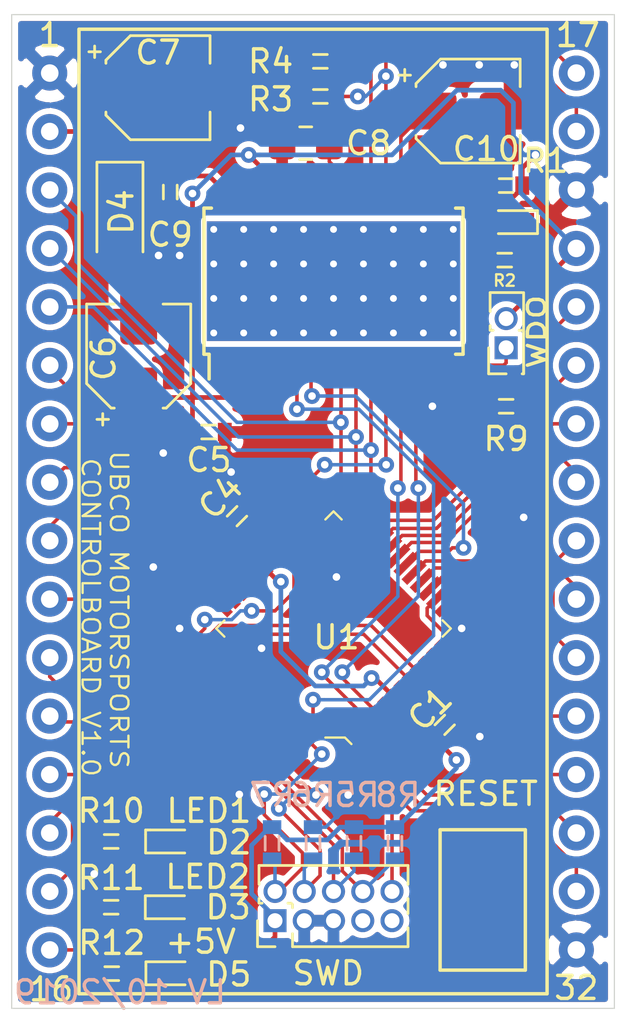
<source format=kicad_pcb>
(kicad_pcb (version 20171130) (host pcbnew "(5.1.4-0-10_14)")
  (layers (0 F.Cu signal) (31 B.Cu signal) (36 B.SilkS user) (37 F.SilkS user) (38 B.Mask user) (39 F.Mask user) (44 Edge.Cuts user))
  (net 0 "")
  (net 1 +5V)
  (net 2 GND)
  (net 3 +12V)
  (net 4 SPLIT)
  (net 5 "Net-(C10-Pad1)")
  (net 6 "Net-(D1-Pad1)")
  (net 7 CANH)
  (net 8 CANL)
  (net 9 MOSI)
  (net 10 MISO)
  (net 11 SCK)
  (net 12 SCSN)
  (net 13 I2C_SDA)
  (net 14 I2C_SCL)
  (net 15 PTA0)
  (net 16 PTA1)
  (net 17 PTA2)
  (net 18 PTA3)
  (net 19 PTA11)
  (net 20 PTB4)
  (net 21 PTB5)
  (net 22 PTC1)
  (net 23 PTC2)
  (net 24 PTC3)
  (net 25 PTC14)
  (net 26 PTC15)
  (net 27 PTC16)
  (net 28 PTD0)
  (net 29 PTD1)
  (net 30 PTD2)
  (net 31 PTD3)
  (net 32 PTD16)
  (net 33 SWDIO)
  (net 34 SWDCLK)
  (net 35 SWO)
  (net 36 TDI)
  (net 37 RESET)
  (net 38 LIMP)
  (net 39 WD_OFF)
  (net 40 CAN_RX)
  (net 41 CAN_TX)
  (net 42 SBC_INTN)
  (net 43 PTA7)
  (net 44 PTA12)
  (net 45 "Net-(D2-Pad1)")
  (net 46 PTA13)
  (net 47 "Net-(D3-Pad1)")
  (net 48 PTB13)
  (net 49 "Net-(D5-Pad1)")
  (module digikey-footprints:0603 (layer F.Cu) (at 139.446 90.678 180)
    (fp_text reference R9 (at 0 -1.4224) (layer F.SilkS))
    (fp_text value 1.3k)
    (pad 1 smd rect (at -0.7 0 180) (size 0.6 0.8) (layers F.Cu F.Paste F.Mask) (net 39 WD_OFF))
    (pad 2 smd rect (at 0.7 0 180) (size 0.6 0.8) (layers F.Cu F.Paste F.Mask) (net 2 GND))
  )
  (module Capacitor_SMD:CP_Elec_4x5.4 (layer F.Cu) (at 137.795 77.851)
    (fp_text reference C10 (at 0.7874 1.651) (layer F.SilkS))
    (fp_text value 4.7u)
    (pad 2 smd roundrect (at 1.8 0) (size 2.6 1.6) (layers F.Cu F.Paste F.Mask) (roundrect_rratio 0.15625) (net 2 GND))
    (pad 1 smd roundrect (at -1.8 0) (size 2.6 1.6) (layers F.Cu F.Paste F.Mask) (roundrect_rratio 0.15625) (net 5 "Net-(C10-Pad1)"))
  )
  (module Connector_PinHeader_1.27mm:PinHeader_2x01_P1.27mm_Vertical (layer F.Cu) (at 139.446 88.138 90)
    (fp_text reference J3 hide)
    (fp_text value WD_Disable)
    (pad 2 thru_hole oval (at 1.27 0 90) (size 1 1) (drill 0.65) (layers *.Cu *.Mask) (net 1 +5V))
    (pad 1 thru_hole rect (at 0 0 90) (size 1 1) (drill 0.65) (layers *.Cu *.Mask) (net 39 WD_OFF))
  )
  (module Package_SO:HTSSOP-32-1EP_6.1x11mm_P0.65mm_EP5.2x11mm_Mask4.11x4.36mm_ThermalVias (layer F.Cu) (at 131.953 85.2424 90)
    (fp_text reference U2 hide)
    (fp_text value UJA1075A)
    (pad 33 smd rect (at 0 0 90) (size 5.2 11) (layers B.Cu))
    (pad 33 thru_hole circle (at 0.75 5.2 90) (size 0.6 0.6) (drill 0.3) (layers *.Cu))
    (pad 33 thru_hole circle (at 2.25 5.2 90) (size 0.6 0.6) (drill 0.3) (layers *.Cu))
    (pad 33 thru_hole circle (at -2.25 5.2 90) (size 0.6 0.6) (drill 0.3) (layers *.Cu))
    (pad 33 thru_hole circle (at -0.75 5.2 90) (size 0.6 0.6) (drill 0.3) (layers *.Cu))
    (pad 33 thru_hole circle (at 0.75 3.9 90) (size 0.6 0.6) (drill 0.3) (layers *.Cu))
    (pad 33 thru_hole circle (at 0.75 2.6 90) (size 0.6 0.6) (drill 0.3) (layers *.Cu))
    (pad 33 thru_hole circle (at -0.75 2.6 90) (size 0.6 0.6) (drill 0.3) (layers *.Cu))
    (pad 33 thru_hole circle (at -2.25 2.6 90) (size 0.6 0.6) (drill 0.3) (layers *.Cu))
    (pad 33 thru_hole circle (at -0.75 3.9 90) (size 0.6 0.6) (drill 0.3) (layers *.Cu))
    (pad 33 thru_hole circle (at 2.25 3.9 90) (size 0.6 0.6) (drill 0.3) (layers *.Cu))
    (pad 33 thru_hole circle (at -2.25 3.9 90) (size 0.6 0.6) (drill 0.3) (layers *.Cu))
    (pad 33 thru_hole circle (at 2.25 2.6 90) (size 0.6 0.6) (drill 0.3) (layers *.Cu))
    (pad 33 thru_hole circle (at 0.75 1.3 90) (size 0.6 0.6) (drill 0.3) (layers *.Cu))
    (pad 33 thru_hole circle (at 0.75 0 90) (size 0.6 0.6) (drill 0.3) (layers *.Cu))
    (pad 33 thru_hole circle (at -0.75 0 90) (size 0.6 0.6) (drill 0.3) (layers *.Cu))
    (pad 33 thru_hole circle (at -2.25 0 90) (size 0.6 0.6) (drill 0.3) (layers *.Cu))
    (pad 33 thru_hole circle (at -0.75 1.3 90) (size 0.6 0.6) (drill 0.3) (layers *.Cu))
    (pad 33 thru_hole circle (at 2.25 1.3 90) (size 0.6 0.6) (drill 0.3) (layers *.Cu))
    (pad 33 thru_hole circle (at -2.25 1.3 90) (size 0.6 0.6) (drill 0.3) (layers *.Cu))
    (pad 33 thru_hole circle (at 2.25 0 90) (size 0.6 0.6) (drill 0.3) (layers *.Cu))
    (pad 33 thru_hole circle (at 0.75 -1.3 90) (size 0.6 0.6) (drill 0.3) (layers *.Cu))
    (pad 33 thru_hole circle (at 0.75 -2.6 90) (size 0.6 0.6) (drill 0.3) (layers *.Cu))
    (pad 33 thru_hole circle (at -0.75 -2.6 90) (size 0.6 0.6) (drill 0.3) (layers *.Cu))
    (pad 33 thru_hole circle (at -2.25 -2.6 90) (size 0.6 0.6) (drill 0.3) (layers *.Cu))
    (pad 33 thru_hole circle (at -0.75 -1.3 90) (size 0.6 0.6) (drill 0.3) (layers *.Cu))
    (pad 33 thru_hole circle (at 2.25 -1.3 90) (size 0.6 0.6) (drill 0.3) (layers *.Cu))
    (pad 33 thru_hole circle (at -2.25 -1.3 90) (size 0.6 0.6) (drill 0.3) (layers *.Cu))
    (pad 33 thru_hole circle (at 2.25 -2.6 90) (size 0.6 0.6) (drill 0.3) (layers *.Cu))
    (pad 33 thru_hole circle (at 2.25 -3.9 90) (size 0.6 0.6) (drill 0.3) (layers *.Cu))
    (pad 33 thru_hole circle (at 0.75 -3.9 90) (size 0.6 0.6) (drill 0.3) (layers *.Cu))
    (pad 33 thru_hole circle (at -0.75 -3.9 90) (size 0.6 0.6) (drill 0.3) (layers *.Cu))
    (pad 33 thru_hole circle (at -2.25 -3.9 90) (size 0.6 0.6) (drill 0.3) (layers *.Cu))
    (pad 33 thru_hole circle (at 2.25 -5.2 90) (size 0.6 0.6) (drill 0.3) (layers *.Cu))
    (pad 33 thru_hole circle (at 0.75 -5.2 90) (size 0.6 0.6) (drill 0.3) (layers *.Cu))
    (pad 33 thru_hole circle (at -0.75 -5.2 90) (size 0.6 0.6) (drill 0.3) (layers *.Cu))
    (pad 33 thru_hole circle (at -2.25 -5.2 90) (size 0.6 0.6) (drill 0.3) (layers *.Cu))
    (pad 33 smd rect (at 0 0 90) (size 5.2 11) (layers F.Cu))
    (pad 32 smd rect (at 3.65 -4.875 90) (size 1.2 0.4) (layers F.Cu F.Paste F.Mask) (net 3 +12V))
    (pad 31 smd rect (at 3.65 -4.225 90) (size 1.2 0.4) (layers F.Cu F.Paste F.Mask))
    (pad 30 smd rect (at 3.65 -3.575 90) (size 1.2 0.4) (layers F.Cu F.Paste F.Mask) (net 2 GND))
    (pad 29 smd rect (at 3.65 -2.925 90) (size 1.2 0.4) (layers F.Cu F.Paste F.Mask) (net 1 +5V))
    (pad 28 smd rect (at 3.65 -2.275 90) (size 1.2 0.4) (layers F.Cu F.Paste F.Mask))
    (pad 27 smd rect (at 3.65 -1.625 90) (size 1.2 0.4) (layers F.Cu F.Paste F.Mask))
    (pad 26 smd rect (at 3.65 -0.975 90) (size 1.2 0.4) (layers F.Cu F.Paste F.Mask))
    (pad 25 smd rect (at 3.65 -0.325 90) (size 1.2 0.4) (layers F.Cu F.Paste F.Mask))
    (pad 24 smd rect (at 3.65 0.325 90) (size 1.2 0.4) (layers F.Cu F.Paste F.Mask) (net 4 SPLIT))
    (pad 23 smd rect (at 3.65 0.975 90) (size 1.2 0.4) (layers F.Cu F.Paste F.Mask) (net 2 GND))
    (pad 22 smd rect (at 3.65 1.625 90) (size 1.2 0.4) (layers F.Cu F.Paste F.Mask) (net 8 CANL))
    (pad 21 smd rect (at 3.65 2.275 90) (size 1.2 0.4) (layers F.Cu F.Paste F.Mask) (net 7 CANH))
    (pad 20 smd rect (at 3.65 2.925 90) (size 1.2 0.4) (layers F.Cu F.Paste F.Mask) (net 5 "Net-(C10-Pad1)"))
    (pad 19 smd rect (at 3.65 3.575 90) (size 1.2 0.4) (layers F.Cu F.Paste F.Mask))
    (pad 18 smd rect (at 3.65 4.225 90) (size 1.2 0.4) (layers F.Cu F.Paste F.Mask))
    (pad 17 smd rect (at 3.65 4.875 90) (size 1.2 0.4) (layers F.Cu F.Paste F.Mask) (net 38 LIMP))
    (pad 16 smd rect (at -3.65 4.875 90) (size 1.2 0.4) (layers F.Cu F.Paste F.Mask) (net 39 WD_OFF))
    (pad 15 smd rect (at -3.65 4.225 90) (size 1.2 0.4) (layers F.Cu F.Paste F.Mask) (net 2 GND))
    (pad 14 smd rect (at -3.65 3.575 90) (size 1.2 0.4) (layers F.Cu F.Paste F.Mask) (net 40 CAN_RX))
    (pad 13 smd rect (at -3.65 2.925 90) (size 1.2 0.4) (layers F.Cu F.Paste F.Mask) (net 41 CAN_TX))
    (pad 12 smd rect (at -3.65 2.275 90) (size 1.2 0.4) (layers F.Cu F.Paste F.Mask) (net 12 SCSN))
    (pad 11 smd rect (at -3.65 1.625 90) (size 1.2 0.4) (layers F.Cu F.Paste F.Mask) (net 11 SCK))
    (pad 10 smd rect (at -3.65 0.975 90) (size 1.2 0.4) (layers F.Cu F.Paste F.Mask) (net 10 MISO))
    (pad 9 smd rect (at -3.65 0.325 90) (size 1.2 0.4) (layers F.Cu F.Paste F.Mask) (net 9 MOSI))
    (pad 8 smd rect (at -3.65 -0.325 90) (size 1.2 0.4) (layers F.Cu F.Paste F.Mask))
    (pad 7 smd rect (at -3.65 -0.975 90) (size 1.2 0.4) (layers F.Cu F.Paste F.Mask) (net 42 SBC_INTN))
    (pad 6 smd rect (at -3.65 -1.625 90) (size 1.2 0.4) (layers F.Cu F.Paste F.Mask) (net 37 RESET))
    (pad 5 smd rect (at -3.65 -2.275 90) (size 1.2 0.4) (layers F.Cu F.Paste F.Mask))
    (pad 4 smd rect (at -3.65 -2.925 90) (size 1.2 0.4) (layers F.Cu F.Paste F.Mask) (net 1 +5V))
    (pad 3 smd rect (at -3.65 -3.575 90) (size 1.2 0.4) (layers F.Cu F.Paste F.Mask))
    (pad 2 smd rect (at -3.65 -4.225 90) (size 1.2 0.4) (layers F.Cu F.Paste F.Mask))
    (pad 1 smd rect (at -3.65 -4.875 90) (size 1.2 0.4) (layers F.Cu F.Paste F.Mask))
  )
  (module digikey-footprints:0603 (layer F.Cu) (at 122.326799 115.330299)
    (fp_text reference R12 (at -0.000399 -1.335099) (layer F.SilkS))
    (fp_text value 220)
    (pad 1 smd rect (at -0.7 0) (size 0.6 0.8) (layers F.Cu F.Paste F.Mask) (net 2 GND))
    (pad 2 smd rect (at 0.7 0) (size 0.6 0.8) (layers F.Cu F.Paste F.Mask) (net 49 "Net-(D5-Pad1)"))
  )
  (module digikey-footprints:LED_0603 (layer F.Cu) (at 125.1084 115.316)
    (fp_text reference D5 (at 2.298 0.0508) (layer F.SilkS))
    (fp_text value LEDG)
    (pad 2 smd rect (at 0.75 0) (size 0.8 0.8) (layers F.Cu F.Paste F.Mask) (net 1 +5V))
    (pad 1 smd rect (at -0.75 0) (size 0.8 0.8) (layers F.Cu F.Paste F.Mask) (net 49 "Net-(D5-Pad1)"))
  )
  (module Diode_SMD:D_SOD-123 (layer F.Cu) (at 122.682 82.3214 270)
    (fp_text reference D4 (at -0.0889 -0.0635 90) (layer F.SilkS))
    (fp_text value 30v)
    (pad 2 smd rect (at 1.65 0 270) (size 0.9 1.2) (layers F.Cu F.Paste F.Mask) (net 2 GND))
    (pad 1 smd rect (at -1.65 0 270) (size 0.9 1.2) (layers F.Cu F.Paste F.Mask) (net 3 +12V))
  )
  (module digikey-footprints:0603 (layer F.Cu) (at 131.3815 77.216)
    (fp_text reference R3 (at -2.159 0.127) (layer F.SilkS))
    (fp_text value 1.3k)
    (pad 1 smd rect (at -0.7 0) (size 0.6 0.8) (layers F.Cu F.Paste F.Mask) (net 4 SPLIT))
    (pad 2 smd rect (at 0.7 0) (size 0.6 0.8) (layers F.Cu F.Paste F.Mask) (net 7 CANH))
  )
  (module digikey-footprints:0603 (layer F.Cu) (at 131.3815 75.692)
    (fp_text reference R4 (at -2.159 0) (layer F.SilkS))
    (fp_text value 1.3k)
    (pad 1 smd rect (at -0.7 0) (size 0.6 0.8) (layers F.Cu F.Paste F.Mask) (net 4 SPLIT))
    (pad 2 smd rect (at 0.7 0) (size 0.6 0.8) (layers F.Cu F.Paste F.Mask) (net 8 CANL))
  )
  (module Capacitor_SMD:C_0805_2012Metric_Pad1.15x1.40mm_HandSolder (layer F.Cu) (at 130.7465 79.248 180)
    (fp_text reference C8 (at -2.7305 0) (layer F.SilkS))
    (fp_text value 4.7n)
    (pad 2 smd roundrect (at 1.025 0 180) (size 1.15 1.4) (layers F.Cu F.Paste F.Mask) (roundrect_rratio 0.217391) (net 2 GND))
    (pad 1 smd roundrect (at -1.025 0 180) (size 1.15 1.4) (layers F.Cu F.Paste F.Mask) (roundrect_rratio 0.217391) (net 4 SPLIT))
  )
  (module digikey-footprints:0603 (layer F.Cu) (at 122.2995 112.4458)
    (fp_text reference R11 (at 0.0015 -1.27) (layer F.SilkS))
    (fp_text value 220)
    (pad 1 smd rect (at -0.7 0) (size 0.6 0.8) (layers F.Cu F.Paste F.Mask) (net 2 GND))
    (pad 2 smd rect (at 0.7 0) (size 0.6 0.8) (layers F.Cu F.Paste F.Mask) (net 47 "Net-(D3-Pad1)"))
  )
  (module digikey-footprints:LED_0603 (layer F.Cu) (at 125.083 112.4458)
    (fp_text reference D3 (at 2.298 0) (layer F.SilkS))
    (fp_text value LEDG)
    (pad 2 smd rect (at 0.75 0) (size 0.8 0.8) (layers F.Cu F.Paste F.Mask) (net 44 PTA12))
    (pad 1 smd rect (at -0.75 0) (size 0.8 0.8) (layers F.Cu F.Paste F.Mask) (net 47 "Net-(D3-Pad1)"))
  )
  (module digikey-footprints:0603 (layer F.Cu) (at 122.3025 109.5883)
    (fp_text reference R10 (at -0.0015 -1.3335) (layer F.SilkS))
    (fp_text value 220)
    (pad 1 smd rect (at -0.7 0) (size 0.6 0.8) (layers F.Cu F.Paste F.Mask) (net 2 GND))
    (pad 2 smd rect (at 0.7 0) (size 0.6 0.8) (layers F.Cu F.Paste F.Mask) (net 45 "Net-(D2-Pad1)"))
  )
  (module digikey-footprints:LED_0603 (layer F.Cu) (at 125.095 109.5883)
    (fp_text reference D2 (at 2.3114 0.0381) (layer F.SilkS))
    (fp_text value LEDG)
    (pad 2 smd rect (at 0.75 0) (size 0.8 0.8) (layers F.Cu F.Paste F.Mask) (net 46 PTA13))
    (pad 1 smd rect (at -0.75 0) (size 0.8 0.8) (layers F.Cu F.Paste F.Mask) (net 45 "Net-(D2-Pad1)"))
  )
  (module Connector_PinHeader_1.27mm:PinHeader_2x05_P1.27mm_Vertical (layer F.Cu) (at 129.413 113.03 90)
    (fp_text reference J2 hide)
    (fp_text value SWD)
    (pad 10 thru_hole oval (at 1.27 5.08 90) (size 1 1) (drill 0.65) (layers *.Cu *.Mask) (net 37 RESET))
    (pad 9 thru_hole oval (at 0 5.08 90) (size 1 1) (drill 0.65) (layers *.Cu *.Mask))
    (pad 8 thru_hole oval (at 1.27 3.81 90) (size 1 1) (drill 0.65) (layers *.Cu *.Mask) (net 36 TDI))
    (pad 7 thru_hole oval (at 0 3.81 90) (size 1 1) (drill 0.65) (layers *.Cu *.Mask))
    (pad 6 thru_hole oval (at 1.27 2.54 90) (size 1 1) (drill 0.65) (layers *.Cu *.Mask) (net 35 SWO))
    (pad 5 thru_hole oval (at 0 2.54 90) (size 1 1) (drill 0.65) (layers *.Cu *.Mask) (net 2 GND))
    (pad 4 thru_hole oval (at 1.27 1.27 90) (size 1 1) (drill 0.65) (layers *.Cu *.Mask) (net 34 SWDCLK))
    (pad 3 thru_hole oval (at 0 1.27 90) (size 1 1) (drill 0.65) (layers *.Cu *.Mask) (net 2 GND))
    (pad 2 thru_hole oval (at 1.27 0 90) (size 1 1) (drill 0.65) (layers *.Cu *.Mask) (net 33 SWDIO))
    (pad 1 thru_hole rect (at 0 0 90) (size 1 1) (drill 0.65) (layers *.Cu *.Mask) (net 1 +5V))
  )
  (module Lukas_Library:Breadboard_Center_32pin (layer F.Cu) (at 119.634 76.2)
    (fp_text reference J1 hide)
    (fp_text value "Main Header")
    (pad 32 thru_hole circle (at 22.86 38.1) (size 1.524 1.524) (drill 0.762) (layers *.Cu *.Mask) (net 2 GND))
    (pad 31 thru_hole circle (at 22.86 35.56) (size 1.524 1.524) (drill 0.762) (layers *.Cu *.Mask) (net 29 PTD1))
    (pad 30 thru_hole circle (at 22.86 33.02) (size 1.524 1.524) (drill 0.762) (layers *.Cu *.Mask) (net 28 PTD0))
    (pad 29 thru_hole circle (at 22.86 30.48) (size 1.524 1.524) (drill 0.762) (layers *.Cu *.Mask) (net 32 PTD16))
    (pad 28 thru_hole circle (at 22.86 27.94) (size 1.524 1.524) (drill 0.762) (layers *.Cu *.Mask) (net 21 PTB5))
    (pad 27 thru_hole circle (at 22.86 25.4) (size 1.524 1.524) (drill 0.762) (layers *.Cu *.Mask) (net 20 PTB4))
    (pad 26 thru_hole circle (at 22.86 22.86) (size 1.524 1.524) (drill 0.762) (layers *.Cu *.Mask) (net 24 PTC3))
    (pad 25 thru_hole circle (at 22.86 20.32) (size 1.524 1.524) (drill 0.762) (layers *.Cu *.Mask) (net 23 PTC2))
    (pad 24 thru_hole circle (at 22.86 17.78) (size 1.524 1.524) (drill 0.762) (layers *.Cu *.Mask) (net 22 PTC1))
    (pad 23 thru_hole circle (at 22.86 15.24) (size 1.524 1.524) (drill 0.762) (layers *.Cu *.Mask) (net 27 PTC16))
    (pad 22 thru_hole circle (at 22.86 12.7) (size 1.524 1.524) (drill 0.762) (layers *.Cu *.Mask) (net 26 PTC15))
    (pad 21 thru_hole circle (at 22.86 10.16) (size 1.524 1.524) (drill 0.762) (layers *.Cu *.Mask) (net 25 PTC14))
    (pad 20 thru_hole circle (at 22.86 7.62) (size 1.524 1.524) (drill 0.762) (layers *.Cu *.Mask) (net 1 +5V))
    (pad 19 thru_hole circle (at 22.86 5.08) (size 1.524 1.524) (drill 0.762) (layers *.Cu *.Mask) (net 2 GND))
    (pad 18 thru_hole circle (at 22.86 2.54) (size 1.524 1.524) (drill 0.762) (layers *.Cu *.Mask) (net 7 CANH))
    (pad 17 thru_hole circle (at 22.86 0) (size 1.524 1.524) (drill 0.762) (layers *.Cu *.Mask) (net 8 CANL))
    (pad 16 thru_hole circle (at 0 38.1) (size 1.524 1.524) (drill 0.762) (layers *.Cu *.Mask) (net 19 PTA11))
    (pad 15 thru_hole circle (at 0 35.56) (size 1.524 1.524) (drill 0.762) (layers *.Cu *.Mask) (net 15 PTA0))
    (pad 14 thru_hole circle (at 0 33.02) (size 1.524 1.524) (drill 0.762) (layers *.Cu *.Mask) (net 16 PTA1))
    (pad 13 thru_hole circle (at 0 30.48) (size 1.524 1.524) (drill 0.762) (layers *.Cu *.Mask) (net 14 I2C_SCL))
    (pad 12 thru_hole circle (at 0 27.94) (size 1.524 1.524) (drill 0.762) (layers *.Cu *.Mask) (net 13 I2C_SDA))
    (pad 11 thru_hole circle (at 0 25.4) (size 1.524 1.524) (drill 0.762) (layers *.Cu *.Mask) (net 43 PTA7))
    (pad 10 thru_hole circle (at 0 22.86) (size 1.524 1.524) (drill 0.762) (layers *.Cu *.Mask) (net 17 PTA2))
    (pad 9 thru_hole circle (at 0 20.32) (size 1.524 1.524) (drill 0.762) (layers *.Cu *.Mask) (net 18 PTA3))
    (pad 8 thru_hole circle (at 0 17.78) (size 1.524 1.524) (drill 0.762) (layers *.Cu *.Mask) (net 30 PTD2))
    (pad 7 thru_hole circle (at 0 15.24) (size 1.524 1.524) (drill 0.762) (layers *.Cu *.Mask) (net 31 PTD3))
    (pad 6 thru_hole circle (at 0 12.7) (size 1.524 1.524) (drill 0.762) (layers *.Cu *.Mask) (net 48 PTB13))
    (pad 5 thru_hole circle (at 0 10.16) (size 1.524 1.524) (drill 0.762) (layers *.Cu *.Mask) (net 11 SCK))
    (pad 4 thru_hole circle (at 0 7.62) (size 1.524 1.524) (drill 0.762) (layers *.Cu *.Mask) (net 10 MISO))
    (pad 3 thru_hole circle (at 0 5.08) (size 1.524 1.524) (drill 0.762) (layers *.Cu *.Mask) (net 9 MOSI))
    (pad 2 thru_hole circle (at 0 2.54) (size 1.524 1.524) (drill 0.762) (layers *.Cu *.Mask) (net 3 +12V))
    (pad 1 thru_hole circle (at 0 0) (size 1.524 1.524) (drill 0.762) (layers *.Cu *.Mask) (net 2 GND))
  )
  (module digikey-footprints:0603 (layer F.Cu) (at 124.8664 81.3704 90)
    (fp_text reference C9 (at -1.8542 0 180) (layer F.SilkS))
    (fp_text value 100n)
    (pad 1 smd rect (at -0.7 0 90) (size 0.6 0.8) (layers F.Cu F.Paste F.Mask) (net 2 GND))
    (pad 2 smd rect (at 0.7 0 90) (size 0.6 0.8) (layers F.Cu F.Paste F.Mask) (net 3 +12V))
  )
  (module "Lukas_Library:PTS636 SK25F SMTR LFS" (layer F.Cu) (at 138.43 112.128 90)
    (fp_text reference S1 hide)
    (fp_text value RESET)
    (pad 1 smd rect (at -2.4 0 90) (size 2.4 2.1) (layers F.Cu F.Paste F.Mask) (net 2 GND))
    (pad 2 smd rect (at 2.4 0 90) (size 2.4 2.1) (layers F.Cu F.Paste F.Mask) (net 37 RESET))
  )
  (module digikey-footprints:LQFP-48_7x7mm (layer F.Cu) (at 131.953 100.335021 135)
    (fp_text reference U1 (at -0.35921 -0.179605 180) (layer F.SilkS))
    (fp_text value FS32K116)
    (pad 36 smd rect (at 4.2 -2.75 135) (size 1.2 0.35) (layers F.Cu F.Paste F.Mask) (net 17 PTA2))
    (pad 35 smd rect (at 4.2 -2.25 135) (size 1.2 0.35) (layers F.Cu F.Paste F.Mask) (net 18 PTA3))
    (pad 34 smd rect (at 4.2 -1.75 135) (size 1.2 0.35) (layers F.Cu F.Paste F.Mask) (net 30 PTD2))
    (pad 33 smd rect (at 4.2 -1.25 135) (size 1.2 0.35) (layers F.Cu F.Paste F.Mask) (net 31 PTD3))
    (pad 32 smd rect (at 4.2 -0.75 135) (size 1.2 0.35) (layers F.Cu F.Paste F.Mask) (net 48 PTB13))
    (pad 31 smd rect (at 4.2 -0.25 135) (size 1.2 0.35) (layers F.Cu F.Paste F.Mask) (net 1 +5V))
    (pad 30 smd rect (at 4.2 0.25 135) (size 1.2 0.35) (layers F.Cu F.Paste F.Mask) (net 2 GND))
    (pad 29 smd rect (at 4.2 0.75 135) (size 1.2 0.35) (layers F.Cu F.Paste F.Mask) (net 43 PTA7))
    (pad 28 smd rect (at 4.2 1.25 135) (size 1.2 0.35) (layers F.Cu F.Paste F.Mask))
    (pad 27 smd rect (at 4.2 1.75 135) (size 1.2 0.35) (layers F.Cu F.Paste F.Mask))
    (pad 26 smd rect (at 4.2 2.25 135) (size 1.2 0.35) (layers F.Cu F.Paste F.Mask) (net 12 SCSN))
    (pad 25 smd rect (at 4.2 2.75 135) (size 1.2 0.35) (layers F.Cu F.Paste F.Mask) (net 9 MOSI))
    (pad 24 smd rect (at 2.75 4.2 135) (size 0.35 1.2) (layers F.Cu F.Paste F.Mask) (net 11 SCK))
    (pad 23 smd rect (at 2.25 4.2 135) (size 0.35 1.2) (layers F.Cu F.Paste F.Mask) (net 10 MISO))
    (pad 22 smd rect (at 1.75 4.2 135) (size 0.35 1.2) (layers F.Cu F.Paste F.Mask) (net 25 PTC14))
    (pad 21 smd rect (at 1.25 4.2 135) (size 0.35 1.2) (layers F.Cu F.Paste F.Mask) (net 26 PTC15))
    (pad 20 smd rect (at 0.75 4.2 135) (size 0.35 1.2) (layers F.Cu F.Paste F.Mask) (net 27 PTC16))
    (pad 19 smd rect (at 0.25 4.2 135) (size 0.35 1.2) (layers F.Cu F.Paste F.Mask) (net 22 PTC1))
    (pad 18 smd rect (at -0.25 4.2 135) (size 0.35 1.2) (layers F.Cu F.Paste F.Mask) (net 42 SBC_INTN))
    (pad 17 smd rect (at -0.75 4.2 135) (size 0.35 1.2) (layers F.Cu F.Paste F.Mask) (net 23 PTC2))
    (pad 16 smd rect (at -1.25 4.2 135) (size 0.35 1.2) (layers F.Cu F.Paste F.Mask) (net 24 PTC3))
    (pad 15 smd rect (at -1.75 4.2 135) (size 0.35 1.2) (layers F.Cu F.Paste F.Mask) (net 20 PTB4))
    (pad 14 smd rect (at -2.25 4.2 135) (size 0.35 1.2) (layers F.Cu F.Paste F.Mask) (net 21 PTB5))
    (pad 13 smd rect (at -2.75 4.2 135) (size 0.35 1.2) (layers F.Cu F.Paste F.Mask))
    (pad 37 smd rect (at 2.75 -4.2 135) (size 0.35 1.2) (layers F.Cu F.Paste F.Mask) (net 16 PTA1))
    (pad 38 smd rect (at 2.25 -4.2 135) (size 0.35 1.2) (layers F.Cu F.Paste F.Mask) (net 15 PTA0))
    (pad 39 smd rect (at 1.75 -4.2 135) (size 0.35 1.2) (layers F.Cu F.Paste F.Mask))
    (pad 40 smd rect (at 1.25 -4.2 135) (size 0.35 1.2) (layers F.Cu F.Paste F.Mask))
    (pad 41 smd rect (at 0.75 -4.2 135) (size 0.35 1.2) (layers F.Cu F.Paste F.Mask) (net 46 PTA13))
    (pad 12 smd rect (at -4.2 2.75 135) (size 1.2 0.35) (layers F.Cu F.Paste F.Mask))
    (pad 11 smd rect (at -4.2 2.25 135) (size 1.2 0.35) (layers F.Cu F.Paste F.Mask))
    (pad 10 smd rect (at -4.2 1.75 135) (size 1.2 0.35) (layers F.Cu F.Paste F.Mask) (net 32 PTD16))
    (pad 9 smd rect (at -4.2 1.25 135) (size 1.2 0.35) (layers F.Cu F.Paste F.Mask) (net 13 I2C_SDA))
    (pad 8 smd rect (at -4.2 0.75 135) (size 1.2 0.35) (layers F.Cu F.Paste F.Mask) (net 14 I2C_SCL))
    (pad 48 smd rect (at -2.75 -4.2 135) (size 0.35 1.2) (layers F.Cu F.Paste F.Mask) (net 33 SWDIO))
    (pad 47 smd rect (at -2.25 -4.2 135) (size 0.35 1.2) (layers F.Cu F.Paste F.Mask) (net 37 RESET))
    (pad 46 smd rect (at -1.75 -4.2 135) (size 0.35 1.2) (layers F.Cu F.Paste F.Mask) (net 34 SWDCLK))
    (pad 45 smd rect (at -1.25 -4.2 135) (size 0.35 1.2) (layers F.Cu F.Paste F.Mask) (net 36 TDI))
    (pad 44 smd rect (at -0.75 -4.2 135) (size 0.35 1.2) (layers F.Cu F.Paste F.Mask) (net 35 SWO))
    (pad 1 smd rect (at -4.2 -2.75 135) (size 1.2 0.35) (layers F.Cu F.Paste F.Mask) (net 29 PTD1))
    (pad 2 smd rect (at -4.2 -2.25 135) (size 1.2 0.35) (layers F.Cu F.Paste F.Mask) (net 28 PTD0))
    (pad 3 smd rect (at -4.2 -1.75 135) (size 1.2 0.35) (layers F.Cu F.Paste F.Mask) (net 41 CAN_TX))
    (pad 4 smd rect (at -4.2 -1.25 135) (size 1.2 0.35) (layers F.Cu F.Paste F.Mask) (net 40 CAN_RX))
    (pad 5 smd rect (at -4.2 -0.75 135) (size 1.2 0.35) (layers F.Cu F.Paste F.Mask) (net 1 +5V))
    (pad 43 smd rect (at -0.25 -4.2 135) (size 0.35 1.2) (layers F.Cu F.Paste F.Mask) (net 19 PTA11))
    (pad 42 smd rect (at 0.25 -4.2 135) (size 0.35 1.2) (layers F.Cu F.Paste F.Mask) (net 44 PTA12))
    (pad 6 smd rect (at -4.2 -0.25 135) (size 1.2 0.35) (layers F.Cu F.Paste F.Mask) (net 1 +5V))
    (pad 7 smd rect (at -4.2 0.25 135) (size 1.2 0.35) (layers F.Cu F.Paste F.Mask) (net 2 GND))
  )
  (module digikey-footprints:0603 (layer F.Cu) (at 136.779 104.521 225)
    (fp_text reference C1 (at -0.035921 0.933947 45) (layer F.SilkS))
    (fp_text value 100n)
    (pad 2 smd rect (at 0.7 0 225) (size 0.6 0.8) (layers F.Cu F.Paste F.Mask) (net 1 +5V))
    (pad 1 smd rect (at -0.7 0 225) (size 0.6 0.8) (layers F.Cu F.Paste F.Mask) (net 2 GND))
  )
  (module digikey-footprints:0603 (layer F.Cu) (at 127.762 95.4532 45)
    (fp_text reference C4 (at 0.071842 -1.077631 45) (layer F.SilkS))
    (fp_text value 100n)
    (pad 1 smd rect (at -0.7 0 45) (size 0.6 0.8) (layers F.Cu F.Paste F.Mask) (net 1 +5V))
    (pad 2 smd rect (at 0.7 0 45) (size 0.6 0.8) (layers F.Cu F.Paste F.Mask) (net 2 GND))
  )
  (module digikey-footprints:0603 (layer F.Cu) (at 126.5316 91.7956 180)
    (fp_text reference C5 (at -0.0112 -1.2192 180) (layer F.SilkS))
    (fp_text value 100n)
    (pad 1 smd rect (at -0.7 0 180) (size 0.6 0.8) (layers F.Cu F.Paste F.Mask) (net 2 GND))
    (pad 2 smd rect (at 0.7 0 180) (size 0.6 0.8) (layers F.Cu F.Paste F.Mask) (net 1 +5V))
  )
  (module Capacitor_SMD:CP_Elec_4x5.4 (layer F.Cu) (at 123.4948 88.497 90)
    (fp_text reference C6 (at -0.0982 -1.524 90) (layer F.SilkS))
    (fp_text value 22u)
    (pad 2 smd roundrect (at 1.8 0 90) (size 2.6 1.6) (layers F.Cu F.Paste F.Mask) (roundrect_rratio 0.15625) (net 2 GND))
    (pad 1 smd roundrect (at -1.8 0 90) (size 2.6 1.6) (layers F.Cu F.Paste F.Mask) (roundrect_rratio 0.15625) (net 1 +5V))
  )
  (module Capacitor_SMD:CP_Elec_4x5.4 (layer F.Cu) (at 124.333 76.835)
    (fp_text reference C7 (at 0 -1.524) (layer F.SilkS))
    (fp_text value 22u)
    (pad 2 smd roundrect (at 1.8 0) (size 2.6 1.6) (layers F.Cu F.Paste F.Mask) (roundrect_rratio 0.15625) (net 2 GND))
    (pad 1 smd roundrect (at -1.8 0) (size 2.6 1.6) (layers F.Cu F.Paste F.Mask) (roundrect_rratio 0.15625) (net 3 +12V))
  )
  (module digikey-footprints:LED_0603 (layer F.Cu) (at 139.5095 82.677 180)
    (fp_text reference D1 hide)
    (fp_text value LEDR)
    (pad 1 smd rect (at -0.75 0 180) (size 0.8 0.8) (layers F.Cu F.Paste F.Mask) (net 6 "Net-(D1-Pad1)"))
    (pad 2 smd rect (at 0.75 0 180) (size 0.8 0.8) (layers F.Cu F.Paste F.Mask) (net 1 +5V))
  )
  (module digikey-footprints:0603 (layer F.Cu) (at 139.4475 81.0895 180)
    (fp_text reference R1 (at -1.713 1.0795 180) (layer F.SilkS))
    (fp_text value 10k)
    (pad 2 smd rect (at 0.7 0 180) (size 0.6 0.8) (layers F.Cu F.Paste F.Mask) (net 38 LIMP))
    (pad 1 smd rect (at -0.7 0 180) (size 0.6 0.8) (layers F.Cu F.Paste F.Mask) (net 1 +5V))
  )
  (module digikey-footprints:0603 (layer F.Cu) (at 139.384 84.328 180)
    (fp_text reference R2 (at 0.0015 -0.889 180) (layer F.SilkS) (effects (font (size 0.5 0.5) (thickness 0.1))))
    (fp_text value 300)
    (pad 2 smd rect (at 0.7 0 180) (size 0.6 0.8) (layers F.Cu F.Paste F.Mask) (net 38 LIMP))
    (pad 1 smd rect (at -0.7 0 180) (size 0.6 0.8) (layers F.Cu F.Paste F.Mask) (net 6 "Net-(D1-Pad1)"))
  )
  (module digikey-footprints:0603 (layer B.Cu) (at 134.62 109.666 270)
    (fp_text reference R5 (at -2.097 1.651) (layer B.SilkS) (effects (justify mirror)))
    (fp_text value 10k)
    (pad 2 smd rect (at 0.7 0 270) (size 0.6 0.8) (layers B.Cu B.Paste B.Mask) (net 36 TDI))
    (pad 1 smd rect (at -0.7 0 270) (size 0.6 0.8) (layers B.Cu B.Paste B.Mask) (net 1 +5V))
  )
  (module digikey-footprints:0603 (layer B.Cu) (at 132.842 109.666 270)
    (fp_text reference R6 (at -2.097 1.778) (layer B.SilkS) (effects (justify mirror)))
    (fp_text value 10k)
    (pad 2 smd rect (at 0.7 0 270) (size 0.6 0.8) (layers B.Cu B.Paste B.Mask) (net 35 SWO))
    (pad 1 smd rect (at -0.7 0 270) (size 0.6 0.8) (layers B.Cu B.Paste B.Mask) (net 1 +5V))
  )
  (module digikey-footprints:0603 (layer B.Cu) (at 129.286 109.666 270)
    (fp_text reference R7 (at -2.097 0 180) (layer B.SilkS) (effects (justify mirror)))
    (fp_text value 10k)
    (pad 2 smd rect (at 0.7 0 270) (size 0.6 0.8) (layers B.Cu B.Paste B.Mask) (net 33 SWDIO))
    (pad 1 smd rect (at -0.7 0 270) (size 0.6 0.8) (layers B.Cu B.Paste B.Mask) (net 1 +5V))
  )
  (module digikey-footprints:0603 (layer B.Cu) (at 131.064 109.666 90)
    (fp_text reference R8 (at 2.097 3.683) (layer B.SilkS) (effects (justify mirror)))
    (fp_text value 10k)
    (pad 2 smd rect (at 0.7 0 90) (size 0.6 0.8) (layers B.Cu B.Paste B.Mask) (net 2 GND))
    (pad 1 smd rect (at -0.7 0 90) (size 0.6 0.8) (layers B.Cu B.Paste B.Mask) (net 34 SWDCLK))
  )
  (gr_text WDO (at 140.7795 87.4395 90) (layer F.SilkS) (effects (font (size 0.75 1))))
  (gr_text +5V (at 126.1872 113.9444) (layer F.SilkS) (effects (font (size 1 1))))
  (gr_text "LV 10/2019" (at 122.682 116.1415) (layer B.SilkS) (effects (font (size 1 1)) (justify mirror)))
  (gr_text "UBCO MOTORSPORTS \nCONTROLBOARD V1.0" (at 122.0216 99.8474 270) (layer F.SilkS) (effects (font (size 0.762 0.889) (thickness 0.1016))))
  (gr_text 32 (at 142.494 115.951) (layer F.SilkS) (effects (font (size 1 1))))
  (gr_text 16 (at 119.6975 116.0145) (layer F.SilkS) (effects (font (size 1 1))))
  (gr_text 17 (at 142.5575 74.549) (layer F.SilkS) (effects (font (size 1 1))))
  (gr_text 1 (at 119.634 74.549) (layer F.SilkS) (effects (font (size 1 1))))
  (gr_text LED2 (at 126.492 111.125) (layer F.SilkS) (effects (font (size 1 1))))
  (gr_text LED1 (at 126.5428 108.2548) (layer F.SilkS) (effects (font (size 1 1))))
  (gr_text RESET (at 138.557 107.5182) (layer F.SilkS) (effects (font (size 1 1))))
  (gr_text SWD (at 131.7244 115.316) (layer F.SilkS) (effects (font (size 1 1))))
  (gr_line (start 117.983 116.84) (end 117.983 73.66) (layer Edge.Cuts) (width 0.05))
  (gr_line (start 144.145 116.84) (end 117.983 116.84) (layer Edge.Cuts) (width 0.05))
  (gr_line (start 144.145 73.66) (end 144.145 116.84) (layer Edge.Cuts) (width 0.05))
  (gr_line (start 117.983 73.66) (end 144.145 73.66) (layer Edge.Cuts) (width 0.05))
  (segment (start 139.7635 78.9625) (end 140.0785 79.2775) (width 0.2032) (layer B.Cu) (net 1))
  (segment (start 139.7635 77.597) (end 139.7635 78.9625) (width 0.2032) (layer B.Cu) (net 1))
  (segment (start 140.0785 81.4045) (end 140.0785 79.2775) (width 0.2032) (layer B.Cu) (net 1))
  (segment (start 142.494 83.82) (end 140.0785 81.4045) (width 0.2032) (layer B.Cu) (net 1))
  (segment (start 139.446 86.868) (end 142.494 83.82) (width 0.2032) (layer F.Cu) (net 1))
  (segment (start 134.392518 103.8352) (end 134.746072 103.481646) (width 0.2032) (layer F.Cu) (net 1))
  (segment (start 124.3948 90.297) (end 123.4948 90.297) (width 0.2032) (layer F.Cu) (net 1))
  (segment (start 128.806375 97.487525) (end 128.806375 97.541949) (width 0.2032) (layer F.Cu) (net 1))
  (segment (start 127.267025 95.948175) (end 128.806375 97.487525) (width 0.2032) (layer F.Cu) (net 1))
  (segment (start 129.413 113.7332) (end 129.413 113.03) (width 0.2032) (layer F.Cu) (net 1))
  (via (at 128.27 79.756) (size 0.6858) (drill 0.3302) (layers F.Cu B.Cu) (net 1))
  (segment (start 129.028 80.514) (end 129.028 81.5924) (width 0.2032) (layer F.Cu) (net 1))
  (segment (start 128.27 79.756) (end 129.028 80.514) (width 0.2032) (layer F.Cu) (net 1))
  (segment (start 129.562426 98.298) (end 129.667 98.298) (width 0.2032) (layer F.Cu) (net 1))
  (via (at 129.667 98.298) (size 0.6858) (drill 0.3302) (layers F.Cu B.Cu) (net 1))
  (segment (start 128.806375 97.541949) (end 129.562426 98.298) (width 0.2032) (layer F.Cu) (net 1))
  (segment (start 131.158487 102.831901) (end 133.261099 102.831901) (width 0.2032) (layer B.Cu) (net 1))
  (via (at 133.604 102.489) (size 0.6858) (drill 0.3302) (layers F.Cu B.Cu) (net 1))
  (segment (start 133.261099 102.831901) (end 133.604 102.489) (width 0.2032) (layer B.Cu) (net 1))
  (segment (start 129.667 101.340414) (end 131.158487 102.831901) (width 0.2032) (layer B.Cu) (net 1))
  (segment (start 129.667 98.298) (end 129.667 101.340414) (width 0.2032) (layer B.Cu) (net 1))
  (segment (start 133.753426 102.489) (end 134.746072 103.481646) (width 0.2032) (layer F.Cu) (net 1))
  (segment (start 133.604 102.489) (end 133.753426 102.489) (width 0.2032) (layer F.Cu) (net 1))
  (segment (start 125.984 94.66515) (end 127.267025 95.948175) (width 0.2032) (layer F.Cu) (net 1))
  (segment (start 128.754933 79.756) (end 128.27 79.756) (width 0.2032) (layer B.Cu) (net 1))
  (segment (start 134.493 79.756) (end 128.754933 79.756) (width 0.2032) (layer B.Cu) (net 1))
  (segment (start 139.7635 77.497) (end 139.209499 76.942999) (width 0.2032) (layer B.Cu) (net 1))
  (segment (start 137.306001 76.942999) (end 134.493 79.756) (width 0.2032) (layer B.Cu) (net 1))
  (segment (start 139.209499 76.942999) (end 137.306001 76.942999) (width 0.2032) (layer B.Cu) (net 1))
  (segment (start 139.7635 77.597) (end 139.7635 77.497) (width 0.2032) (layer B.Cu) (net 1))
  (segment (start 128.397 109.755) (end 129.186 108.966) (width 0.2032) (layer B.Cu) (net 1))
  (segment (start 129.186 108.966) (end 129.286 108.966) (width 0.2032) (layer B.Cu) (net 1))
  (segment (start 128.397 111.859922) (end 128.397 109.755) (width 0.2032) (layer B.Cu) (net 1))
  (segment (start 129.413 112.875922) (end 128.397 111.859922) (width 0.2032) (layer B.Cu) (net 1))
  (segment (start 129.413 113.03) (end 129.413 112.875922) (width 0.2032) (layer B.Cu) (net 1))
  (segment (start 131.684799 109.520001) (end 132.2388 108.966) (width 0.2032) (layer B.Cu) (net 1))
  (segment (start 129.940001 109.520001) (end 131.684799 109.520001) (width 0.2032) (layer B.Cu) (net 1))
  (segment (start 129.386 108.966) (end 129.940001 109.520001) (width 0.2032) (layer B.Cu) (net 1))
  (segment (start 132.2388 108.966) (end 132.842 108.966) (width 0.2032) (layer B.Cu) (net 1))
  (segment (start 129.286 108.966) (end 129.386 108.966) (width 0.2032) (layer B.Cu) (net 1))
  (segment (start 134.62 108.966) (end 132.842 108.966) (width 0.2032) (layer B.Cu) (net 1))
  (segment (start 136.280401 105.015975) (end 136.284025 105.015975) (width 0.2032) (layer F.Cu) (net 1))
  (segment (start 134.746072 103.481646) (end 136.280401 105.015975) (width 0.2032) (layer F.Cu) (net 1))
  (segment (start 136.284025 105.042025) (end 137.287 106.045) (width 0.2032) (layer F.Cu) (net 1))
  (via (at 137.287 106.045) (size 0.6858) (drill 0.3302) (layers F.Cu B.Cu) (net 1))
  (segment (start 136.284025 105.015975) (end 136.284025 105.042025) (width 0.2032) (layer F.Cu) (net 1))
  (segment (start 137.287 106.399) (end 137.287 106.045) (width 0.2032) (layer B.Cu) (net 1))
  (segment (start 134.72 108.966) (end 137.287 106.399) (width 0.2032) (layer B.Cu) (net 1))
  (segment (start 134.62 108.966) (end 134.72 108.966) (width 0.2032) (layer B.Cu) (net 1))
  (segment (start 127.8302 115.316) (end 125.8584 115.316) (width 0.2032) (layer F.Cu) (net 1))
  (segment (start 129.413 113.7332) (end 127.8302 115.316) (width 0.2032) (layer F.Cu) (net 1))
  (via (at 125.8316 81.4324) (size 0.6858) (drill 0.3302) (layers F.Cu B.Cu) (net 1))
  (segment (start 128.27 79.756) (end 127.508 79.756) (width 0.2032) (layer B.Cu) (net 1))
  (segment (start 127.508 79.756) (end 126.174499 81.089501) (width 0.2032) (layer B.Cu) (net 1))
  (segment (start 126.174499 81.089501) (end 125.8316 81.4324) (width 0.2032) (layer B.Cu) (net 1))
  (segment (start 125.8316 81.917333) (end 125.8316 81.4324) (width 0.2032) (layer F.Cu) (net 1))
  (segment (start 123.4948 90.297) (end 125.8316 90.297) (width 0.2032) (layer F.Cu) (net 1))
  (segment (start 125.8316 91.7956) (end 125.8316 90.297) (width 0.2032) (layer F.Cu) (net 1))
  (segment (start 129.028 89.6956) (end 129.028 88.8924) (width 0.2032) (layer F.Cu) (net 1))
  (segment (start 128.4266 90.297) (end 129.028 89.6956) (width 0.2032) (layer F.Cu) (net 1))
  (segment (start 125.8316 90.297) (end 128.4266 90.297) (width 0.2032) (layer F.Cu) (net 1))
  (segment (start 125.8316 90.297) (end 125.8316 81.4324) (width 0.2032) (layer F.Cu) (net 1))
  (segment (start 125.8316 94.51275) (end 127.267025 95.948175) (width 0.2032) (layer F.Cu) (net 1))
  (segment (start 125.8316 91.7956) (end 125.8316 94.51275) (width 0.2032) (layer F.Cu) (net 1))
  (segment (start 140.1475 81.1895) (end 140.1475 81.0895) (width 0.2032) (layer F.Cu) (net 1))
  (segment (start 138.7595 82.5775) (end 140.1475 81.1895) (width 0.2032) (layer F.Cu) (net 1))
  (segment (start 138.7595 82.677) (end 138.7595 82.5775) (width 0.2032) (layer F.Cu) (net 1))
  (via (at 140.716 79.756) (size 0.6858) (drill 0.3302) (layers F.Cu B.Cu) (net 1))
  (segment (start 140.1475 80.3245) (end 140.716 79.756) (width 0.2032) (layer F.Cu) (net 1))
  (segment (start 140.1475 81.0895) (end 140.1475 80.3245) (width 0.2032) (layer F.Cu) (net 1))
  (segment (start 140.0785 79.603433) (end 140.0785 79.2775) (width 0.2032) (layer B.Cu) (net 1))
  (segment (start 140.231067 79.756) (end 140.0785 79.603433) (width 0.2032) (layer B.Cu) (net 1))
  (segment (start 140.716 79.756) (end 140.231067 79.756) (width 0.2032) (layer B.Cu) (net 1))
  (via (at 136.2456 90.678) (size 0.6858) (drill 0.3302) (layers F.Cu B.Cu) (net 2))
  (segment (start 136.144 90.678) (end 138.746 90.678) (width 0.1524) (layer F.Cu) (net 2))
  (segment (start 136.178 90.644) (end 136.144 90.678) (width 0.1524) (layer F.Cu) (net 2))
  (segment (start 136.178 88.8924) (end 136.178 90.644) (width 0.1524) (layer F.Cu) (net 2))
  (segment (start 128.256975 96.285443) (end 128.256975 94.958225) (width 0.1524) (layer F.Cu) (net 2))
  (segment (start 129.159928 97.188396) (end 128.256975 96.285443) (width 0.1524) (layer F.Cu) (net 2))
  (via (at 127.9144 78.5876) (size 0.6858) (drill 0.3302) (layers F.Cu B.Cu) (net 2))
  (segment (start 128.378 81.5924) (end 128.378 80.84) (width 0.1524) (layer F.Cu) (net 2))
  (via (at 124.3584 84.1248) (size 0.6858) (drill 0.3302) (layers F.Cu B.Cu) (net 2))
  (via (at 138.303 105.029) (size 0.6858) (drill 0.3302) (layers F.Cu B.Cu) (net 2))
  (segment (start 132.588 107.9944) (end 132.588 107.569) (width 0.1524) (layer B.Cu) (net 2))
  (segment (start 131.6164 108.966) (end 132.588 107.9944) (width 0.1524) (layer B.Cu) (net 2))
  (via (at 132.588 107.569) (size 0.6858) (drill 0.3302) (layers F.Cu B.Cu) (net 2))
  (segment (start 131.064 108.966) (end 131.6164 108.966) (width 0.1524) (layer B.Cu) (net 2))
  (segment (start 135.997557 104.026025) (end 135.099625 103.128093) (width 0.1524) (layer F.Cu) (net 2))
  (segment (start 137.273975 104.026025) (end 135.997557 104.026025) (width 0.1524) (layer F.Cu) (net 2))
  (segment (start 137.300025 104.026025) (end 138.303 105.029) (width 0.1524) (layer F.Cu) (net 2))
  (segment (start 137.273975 104.026025) (end 137.300025 104.026025) (width 0.1524) (layer F.Cu) (net 2))
  (via (at 127.508 93.5355) (size 0.6858) (drill 0.3302) (layers F.Cu B.Cu) (net 2))
  (via (at 132.08 98.0948) (size 0.6858) (drill 0.3302) (layers F.Cu B.Cu) (net 2))
  (via (at 128.8288 101.1936) (size 0.6858) (drill 0.3302) (layers F.Cu B.Cu) (net 2))
  (via (at 140.208 95.504) (size 0.6858) (drill 0.3302) (layers F.Cu B.Cu) (net 2))
  (via (at 137.5156 100.33) (size 0.6858) (drill 0.3302) (layers F.Cu B.Cu) (net 2))
  (via (at 124.1298 97.663) (size 0.6858) (drill 0.3302) (layers F.Cu B.Cu) (net 2))
  (via (at 125.2728 100.33) (size 0.6858) (drill 0.3302) (layers F.Cu B.Cu) (net 2))
  (via (at 121.5644 110.998) (size 0.6858) (drill 0.3302) (layers F.Cu B.Cu) (net 2))
  (via (at 124.5616 92.71) (size 0.6858) (drill 0.3302) (layers F.Cu B.Cu) (net 2))
  (via (at 127.8636 107.5436) (size 0.6858) (drill 0.3302) (layers F.Cu B.Cu) (net 2))
  (via (at 136.7028 75.8444) (size 0.6858) (drill 0.3302) (layers F.Cu B.Cu) (net 2))
  (via (at 138.2776 75.8444) (size 0.6858) (drill 0.3302) (layers F.Cu B.Cu) (net 2))
  (via (at 139.8016 75.8444) (size 0.6858) (drill 0.3302) (layers F.Cu B.Cu) (net 2))
  (segment (start 127.571501 80.033501) (end 127.571501 78.930499) (width 0.1524) (layer F.Cu) (net 2))
  (segment (start 127.571501 78.930499) (end 127.9144 78.5876) (width 0.1524) (layer F.Cu) (net 2))
  (segment (start 128.378 80.84) (end 127.571501 80.033501) (width 0.1524) (layer F.Cu) (net 2))
  (via (at 125.2728 84.1248) (size 0.6858) (drill 0.3302) (layers F.Cu B.Cu) (net 2))
  (segment (start 122.682 80.0182) (end 122.682 80.6714) (width 0.2032) (layer F.Cu) (net 3))
  (segment (start 121.4038 78.74) (end 122.682 80.0182) (width 0.2032) (layer F.Cu) (net 3))
  (segment (start 127.078 81.1924) (end 127.078 81.5924) (width 0.2032) (layer F.Cu) (net 3))
  (segment (start 126.557 80.6714) (end 127.078 81.1924) (width 0.2032) (layer F.Cu) (net 3))
  (segment (start 122.682 80.6714) (end 126.557 80.6714) (width 0.2032) (layer F.Cu) (net 3))
  (segment (start 122.682 80.6714) (end 124.6988 80.6714) (width 0.2032) (layer F.Cu) (net 3))
  (segment (start 121.528 78.74) (end 121.1326 78.74) (width 0.2032) (layer F.Cu) (net 3))
  (segment (start 122.533 77.735) (end 121.528 78.74) (width 0.2032) (layer F.Cu) (net 3))
  (segment (start 121.1326 78.74) (end 121.4038 78.74) (width 0.2032) (layer F.Cu) (net 3))
  (segment (start 122.533 76.835) (end 122.533 77.735) (width 0.2032) (layer F.Cu) (net 3))
  (segment (start 119.634 78.74) (end 121.1326 78.74) (width 0.2032) (layer F.Cu) (net 3))
  (segment (start 130.6815 76.2444) (end 130.6815 77.216) (width 0.1524) (layer F.Cu) (net 4))
  (segment (start 130.6815 75.692) (end 130.6815 76.2444) (width 0.1524) (layer F.Cu) (net 4))
  (segment (start 130.6815 78.158) (end 131.7715 79.248) (width 0.1524) (layer F.Cu) (net 4))
  (segment (start 130.6815 77.216) (end 130.6815 78.158) (width 0.1524) (layer F.Cu) (net 4))
  (segment (start 132.278 80.84) (end 132.278 81.5924) (width 0.1524) (layer F.Cu) (net 4))
  (segment (start 132.278 80.5545) (end 132.278 80.84) (width 0.1524) (layer F.Cu) (net 4))
  (segment (start 131.7715 80.048) (end 132.278 80.5545) (width 0.1524) (layer F.Cu) (net 4))
  (segment (start 131.7715 79.248) (end 131.7715 80.048) (width 0.1524) (layer F.Cu) (net 4))
  (segment (start 134.878 78.968) (end 135.995 77.851) (width 0.1524) (layer F.Cu) (net 5))
  (segment (start 134.878 81.5924) (end 134.878 78.968) (width 0.1524) (layer F.Cu) (net 5))
  (segment (start 140.2595 84.1525) (end 140.084 84.328) (width 0.1524) (layer F.Cu) (net 6))
  (segment (start 140.2595 82.677) (end 140.2595 84.1525) (width 0.1524) (layer F.Cu) (net 6))
  (segment (start 134.228 80.84) (end 134.228 81.5924) (width 0.1524) (layer F.Cu) (net 7))
  (segment (start 134.228 75.576) (end 134.228 76.338) (width 0.1524) (layer F.Cu) (net 7))
  (segment (start 142.494 77.66237) (end 139.88863 75.057) (width 0.1524) (layer F.Cu) (net 7))
  (segment (start 134.747 75.057) (end 134.228 75.576) (width 0.1524) (layer F.Cu) (net 7))
  (segment (start 139.88863 75.057) (end 134.747 75.057) (width 0.1524) (layer F.Cu) (net 7))
  (segment (start 142.494 78.74) (end 142.494 77.66237) (width 0.1524) (layer F.Cu) (net 7))
  (segment (start 134.228 76.338) (end 134.228 80.84) (width 0.1524) (layer F.Cu) (net 7))
  (via (at 134.228 76.338) (size 0.6858) (drill 0.3302) (layers F.Cu B.Cu) (net 7))
  (segment (start 134.228 76.338) (end 133.604002 76.961998) (width 0.1524) (layer B.Cu) (net 7))
  (via (at 133.0065 77.216) (size 0.6858) (drill 0.3302) (layers F.Cu B.Cu) (net 7))
  (segment (start 132.0815 77.216) (end 133.0065 77.216) (width 0.1524) (layer F.Cu) (net 7))
  (segment (start 133.35 77.216) (end 133.0065 77.216) (width 0.1524) (layer B.Cu) (net 7))
  (segment (start 134.228 76.338) (end 133.35 77.216) (width 0.1524) (layer B.Cu) (net 7))
  (segment (start 133.578 80.84) (end 133.578 81.5924) (width 0.1524) (layer F.Cu) (net 8))
  (segment (start 140.97 74.676) (end 134.62 74.676) (width 0.1524) (layer F.Cu) (net 8))
  (segment (start 142.494 76.2) (end 140.97 74.676) (width 0.1524) (layer F.Cu) (net 8))
  (segment (start 133.578 75.718) (end 133.578 80.84) (width 0.1524) (layer F.Cu) (net 8))
  (segment (start 133.604 75.692) (end 133.9215 75.3745) (width 0.1524) (layer F.Cu) (net 8))
  (segment (start 133.9215 75.3745) (end 133.578 75.718) (width 0.1524) (layer F.Cu) (net 8))
  (segment (start 133.604 75.692) (end 134.52475 74.77125) (width 0.1524) (layer F.Cu) (net 8))
  (segment (start 132.0815 75.692) (end 133.604 75.692) (width 0.1524) (layer F.Cu) (net 8))
  (segment (start 134.52475 74.77125) (end 133.9215 75.3745) (width 0.1524) (layer F.Cu) (net 8))
  (segment (start 134.62 74.676) (end 134.52475 74.77125) (width 0.1524) (layer F.Cu) (net 8))
  (segment (start 132.278 94.070324) (end 132.278 90.734) (width 0.1524) (layer F.Cu) (net 9))
  (segment (start 130.927695 95.420629) (end 132.278 94.070324) (width 0.1524) (layer F.Cu) (net 9))
  (segment (start 132.278 90.734) (end 132.278 88.8924) (width 0.1524) (layer F.Cu) (net 9))
  (via (at 132.2705 91.3765) (size 0.6858) (drill 0.3302) (layers F.Cu B.Cu) (net 9))
  (segment (start 120.777 82.423) (end 119.634 81.28) (width 0.1524) (layer B.Cu) (net 9))
  (segment (start 120.777 84.3915) (end 120.777 82.423) (width 0.1524) (layer B.Cu) (net 9))
  (segment (start 127.762 91.3765) (end 120.777 84.3915) (width 0.1524) (layer B.Cu) (net 9))
  (segment (start 132.2705 91.3765) (end 127.762 91.3765) (width 0.1524) (layer B.Cu) (net 9))
  (segment (start 132.928 89.6448) (end 132.928 88.8924) (width 0.1524) (layer F.Cu) (net 10))
  (segment (start 132.928 94.3385) (end 132.928 91.5445) (width 0.1524) (layer F.Cu) (net 10))
  (segment (start 132.654998 96.269156) (end 131.953 95.567158) (width 0.1524) (layer F.Cu) (net 10))
  (segment (start 131.953 95.567158) (end 131.953 95.3135) (width 0.1524) (layer F.Cu) (net 10))
  (segment (start 133.331858 95.774182) (end 132.836884 96.269156) (width 0.1524) (layer F.Cu) (net 10))
  (segment (start 132.836884 96.269156) (end 132.654998 96.269156) (width 0.1524) (layer F.Cu) (net 10))
  (segment (start 131.953 95.3135) (end 132.928 94.3385) (width 0.1524) (layer F.Cu) (net 10))
  (segment (start 132.928 91.5445) (end 132.928 89.6448) (width 0.1524) (layer F.Cu) (net 10))
  (via (at 132.928 92.0115) (size 0.6858) (drill 0.3302) (layers F.Cu B.Cu) (net 10))
  (segment (start 127.8255 92.0115) (end 119.634 83.82) (width 0.1524) (layer B.Cu) (net 10))
  (segment (start 132.928 92.0115) (end 127.8255 92.0115) (width 0.1524) (layer B.Cu) (net 10))
  (segment (start 133.578 94.820934) (end 133.578 92.2915) (width 0.1524) (layer F.Cu) (net 11))
  (segment (start 132.978305 95.420629) (end 133.578 94.820934) (width 0.1524) (layer F.Cu) (net 11))
  (segment (start 133.578 92.2915) (end 133.578 88.8924) (width 0.1524) (layer F.Cu) (net 11))
  (via (at 133.578 92.583) (size 0.6858) (drill 0.3302) (layers F.Cu B.Cu) (net 11))
  (segment (start 121.539 86.36) (end 119.634 86.36) (width 0.1524) (layer B.Cu) (net 11))
  (segment (start 127.762 92.583) (end 121.539 86.36) (width 0.1524) (layer B.Cu) (net 11))
  (segment (start 133.578 92.583) (end 127.762 92.583) (width 0.1524) (layer B.Cu) (net 11))
  (segment (start 134.228 88.8924) (end 134.228 93.207) (width 0.1524) (layer F.Cu) (net 12))
  (via (at 134.239 93.218) (size 0.6858) (drill 0.3302) (layers F.Cu B.Cu) (net 12))
  (segment (start 134.228 93.207) (end 134.239 93.218) (width 0.1524) (layer F.Cu) (net 12))
  (via (at 131.572 93.218) (size 0.6858) (drill 0.3302) (layers F.Cu B.Cu) (net 12))
  (segment (start 131.229101 93.560899) (end 131.572 93.218) (width 0.1524) (layer F.Cu) (net 12))
  (segment (start 130.079168 94.710832) (end 131.229101 93.560899) (width 0.1524) (layer F.Cu) (net 12))
  (segment (start 130.079168 95.279208) (end 130.079168 94.710832) (width 0.1524) (layer F.Cu) (net 12))
  (segment (start 130.574142 95.774182) (end 130.079168 95.279208) (width 0.1524) (layer F.Cu) (net 12))
  (segment (start 134.239 93.218) (end 131.572 93.218) (width 0.1524) (layer B.Cu) (net 12))
  (segment (start 119.888 104.394) (end 119.634 104.14) (width 0.1524) (layer F.Cu) (net 13))
  (segment (start 122.809 104.394) (end 119.888 104.394) (width 0.1524) (layer F.Cu) (net 13))
  (segment (start 127 100.203) (end 122.809 104.394) (width 0.1524) (layer F.Cu) (net 13))
  (segment (start 133.588746 100.203) (end 127 100.203) (width 0.1524) (layer F.Cu) (net 13))
  (segment (start 135.806732 102.420986) (end 133.588746 100.203) (width 0.1524) (layer F.Cu) (net 13))
  (segment (start 121.031 106.68) (end 119.634 106.68) (width 0.1524) (layer F.Cu) (net 14))
  (segment (start 127.127292 100.583708) (end 121.031 106.68) (width 0.1524) (layer F.Cu) (net 14))
  (segment (start 133.262348 100.583708) (end 127.127292 100.583708) (width 0.1524) (layer F.Cu) (net 14))
  (segment (start 135.453179 102.774539) (end 133.262348 100.583708) (width 0.1524) (layer F.Cu) (net 14))
  (segment (start 120.624601 110.769399) (end 120.395999 110.998001) (width 0.1524) (layer F.Cu) (net 15))
  (segment (start 120.395999 110.998001) (end 119.634 111.76) (width 0.1524) (layer F.Cu) (net 15))
  (segment (start 127.392161 101.713879) (end 120.624601 108.481439) (width 0.1524) (layer F.Cu) (net 15))
  (segment (start 120.624601 108.481439) (end 120.624601 110.769399) (width 0.1524) (layer F.Cu) (net 15))
  (segment (start 119.634 109.22) (end 119.634 108.764934) (width 0.1524) (layer F.Cu) (net 16))
  (segment (start 119.634 108.764934) (end 126.543634 101.8553) (width 0.1524) (layer F.Cu) (net 16))
  (segment (start 126.543634 101.8553) (end 127.038608 101.360326) (width 0.1524) (layer F.Cu) (net 16))
  (segment (start 126.788892 99.06) (end 119.634 99.06) (width 0.1524) (layer F.Cu) (net 17))
  (segment (start 127.038608 99.309716) (end 126.788892 99.06) (width 0.1524) (layer F.Cu) (net 17))
  (segment (start 119.634 95.9104) (end 119.634 96.52) (width 0.1524) (layer F.Cu) (net 18))
  (segment (start 122.568398 94.1324) (end 121.412 94.1324) (width 0.1524) (layer F.Cu) (net 18))
  (segment (start 121.412 94.1324) (end 119.634 95.9104) (width 0.1524) (layer F.Cu) (net 18))
  (segment (start 127.392161 98.956163) (end 122.568398 94.1324) (width 0.1524) (layer F.Cu) (net 18))
  (segment (start 125.6284 114.3) (end 120.71163 114.3) (width 0.1524) (layer F.Cu) (net 19))
  (segment (start 120.71163 114.3) (end 119.634 114.3) (width 0.1524) (layer F.Cu) (net 19))
  (segment (start 126.9492 105.692374) (end 126.9492 112.9792) (width 0.1524) (layer F.Cu) (net 19))
  (segment (start 126.9492 112.9792) (end 125.6284 114.3) (width 0.1524) (layer F.Cu) (net 19))
  (segment (start 129.159928 103.481646) (end 126.9492 105.692374) (width 0.1524) (layer F.Cu) (net 19))
  (segment (start 141.478 100.584) (end 142.494 101.6) (width 0.1524) (layer F.Cu) (net 20))
  (segment (start 141.478 98.4504) (end 141.478 100.584) (width 0.1524) (layer F.Cu) (net 20))
  (segment (start 141.135235 98.107635) (end 141.478 98.4504) (width 0.1524) (layer F.Cu) (net 20))
  (segment (start 136.655259 98.107635) (end 141.135235 98.107635) (width 0.1524) (layer F.Cu) (net 20))
  (segment (start 136.160285 98.602609) (end 136.655259 98.107635) (width 0.1524) (layer F.Cu) (net 20))
  (segment (start 140.3858 104.14) (end 141.41637 104.14) (width 0.1524) (layer F.Cu) (net 21))
  (segment (start 136.018865 99.773065) (end 140.3858 104.14) (width 0.1524) (layer F.Cu) (net 21))
  (segment (start 141.41637 104.14) (end 142.494 104.14) (width 0.1524) (layer F.Cu) (net 21))
  (segment (start 136.018865 99.451137) (end 136.018865 99.773065) (width 0.1524) (layer F.Cu) (net 21))
  (segment (start 136.513839 98.956163) (end 136.018865 99.451137) (width 0.1524) (layer F.Cu) (net 21))
  (segment (start 135.241046 96.693422) (end 134.746072 97.188396) (width 0.1524) (layer F.Cu) (net 22))
  (segment (start 135.338533 96.595935) (end 135.241046 96.693422) (width 0.1524) (layer F.Cu) (net 22))
  (segment (start 140.3858 93.0402) (end 136.830065 96.595935) (width 0.1524) (layer F.Cu) (net 22))
  (segment (start 136.830065 96.595935) (end 135.338533 96.595935) (width 0.1524) (layer F.Cu) (net 22))
  (segment (start 141.9606 93.0402) (end 140.3858 93.0402) (width 0.1524) (layer F.Cu) (net 22))
  (segment (start 142.494 93.5736) (end 141.9606 93.0402) (width 0.1524) (layer F.Cu) (net 22))
  (segment (start 142.494 93.98) (end 142.494 93.5736) (width 0.1524) (layer F.Cu) (net 22))
  (segment (start 135.948153 97.400529) (end 135.453179 97.895503) (width 0.1524) (layer F.Cu) (net 23))
  (segment (start 141.613471 97.400529) (end 135.948153 97.400529) (width 0.1524) (layer F.Cu) (net 23))
  (segment (start 142.494 96.52) (end 141.613471 97.400529) (width 0.1524) (layer F.Cu) (net 23))
  (segment (start 141.647339 97.705339) (end 136.350449 97.705339) (width 0.1524) (layer F.Cu) (net 24))
  (segment (start 136.301706 97.754082) (end 135.806732 98.249056) (width 0.1524) (layer F.Cu) (net 24))
  (segment (start 142.494 98.552) (end 141.647339 97.705339) (width 0.1524) (layer F.Cu) (net 24))
  (segment (start 136.350449 97.705339) (end 136.301706 97.754082) (width 0.1524) (layer F.Cu) (net 24))
  (segment (start 142.494 99.06) (end 142.494 98.552) (width 0.1524) (layer F.Cu) (net 24))
  (segment (start 136.30272 95.632762) (end 134.180386 95.632762) (width 0.1524) (layer F.Cu) (net 25))
  (segment (start 141.224 90.711482) (end 136.30272 95.632762) (width 0.1524) (layer F.Cu) (net 25))
  (segment (start 141.224 87.63) (end 141.224 90.711482) (width 0.1524) (layer F.Cu) (net 25))
  (segment (start 134.180386 95.632762) (end 133.685412 96.127736) (width 0.1524) (layer F.Cu) (net 25))
  (segment (start 142.494 86.36) (end 141.224 87.63) (width 0.1524) (layer F.Cu) (net 25))
  (segment (start 134.533939 95.986315) (end 134.038965 96.481289) (width 0.1524) (layer F.Cu) (net 26))
  (segment (start 136.423685 95.986315) (end 134.533939 95.986315) (width 0.1524) (layer F.Cu) (net 26))
  (segment (start 141.605 89.789) (end 141.605 90.805) (width 0.1524) (layer F.Cu) (net 26))
  (segment (start 141.605 90.805) (end 136.423685 95.986315) (width 0.1524) (layer F.Cu) (net 26))
  (segment (start 142.494 88.9) (end 141.605 89.789) (width 0.1524) (layer F.Cu) (net 26))
  (segment (start 134.936235 96.291125) (end 134.887492 96.339868) (width 0.1524) (layer F.Cu) (net 27))
  (segment (start 136.626875 96.291125) (end 134.936235 96.291125) (width 0.1524) (layer F.Cu) (net 27))
  (segment (start 134.887492 96.339868) (end 134.392518 96.834842) (width 0.1524) (layer F.Cu) (net 27))
  (segment (start 141.478 91.44) (end 136.626875 96.291125) (width 0.1524) (layer F.Cu) (net 27))
  (segment (start 142.494 91.44) (end 141.478 91.44) (width 0.1524) (layer F.Cu) (net 27))
  (segment (start 141.732001 108.458001) (end 142.494 109.22) (width 0.1524) (layer F.Cu) (net 28))
  (segment (start 140.843 107.569) (end 141.732001 108.458001) (width 0.1524) (layer F.Cu) (net 28))
  (segment (start 136.004998 107.569) (end 140.843 107.569) (width 0.1524) (layer F.Cu) (net 28))
  (segment (start 133.331858 104.89586) (end 136.004998 107.569) (width 0.1524) (layer F.Cu) (net 28))
  (segment (start 142.494 110.68237) (end 142.494 111.76) (width 0.1524) (layer F.Cu) (net 29))
  (segment (start 139.76163 107.95) (end 142.494 110.68237) (width 0.1524) (layer F.Cu) (net 29))
  (segment (start 135.678892 107.95) (end 139.76163 107.95) (width 0.1524) (layer F.Cu) (net 29))
  (segment (start 132.978305 105.249413) (end 135.678892 107.95) (width 0.1524) (layer F.Cu) (net 29))
  (segment (start 120.269 93.345) (end 119.634 93.98) (width 0.1524) (layer F.Cu) (net 30))
  (segment (start 127.745715 98.602609) (end 127.250741 98.107635) (width 0.1524) (layer F.Cu) (net 30))
  (segment (start 127.745715 98.602609) (end 122.488106 93.345) (width 0.1524) (layer F.Cu) (net 30))
  (segment (start 122.488106 93.345) (end 121.285 93.345) (width 0.1524) (layer F.Cu) (net 30))
  (segment (start 121.285 93.345) (end 120.269 93.345) (width 0.1524) (layer F.Cu) (net 30))
  (segment (start 121.92 93.345) (end 121.285 93.345) (width 0.1524) (layer F.Cu) (net 30))
  (segment (start 121.290212 91.44) (end 119.634 91.44) (width 0.1524) (layer F.Cu) (net 31))
  (segment (start 128.099268 98.249056) (end 121.290212 91.44) (width 0.1524) (layer F.Cu) (net 31))
  (segment (start 140.772852 106.68) (end 142.494 106.68) (width 0.1524) (layer F.Cu) (net 32))
  (segment (start 136.160285 102.067433) (end 140.772852 106.68) (width 0.1524) (layer F.Cu) (net 32))
  (segment (start 129.413 110.493) (end 129.286 110.366) (width 0.1524) (layer B.Cu) (net 33))
  (segment (start 129.413 111.76) (end 129.413 110.493) (width 0.1524) (layer B.Cu) (net 33))
  (via (at 131.445 105.791) (size 0.6858) (drill 0.3302) (layers F.Cu B.Cu) (net 33))
  (segment (start 130.927695 105.273695) (end 131.445 105.791) (width 0.1524) (layer F.Cu) (net 33))
  (segment (start 130.927695 105.249413) (end 130.927695 105.273695) (width 0.1524) (layer F.Cu) (net 33))
  (via (at 128.945388 107.528612) (size 0.6858) (drill 0.3302) (layers F.Cu B.Cu) (net 33))
  (segment (start 129.707388 107.528612) (end 128.945388 107.528612) (width 0.1524) (layer B.Cu) (net 33))
  (segment (start 131.445 105.791) (end 129.707388 107.528612) (width 0.1524) (layer B.Cu) (net 33))
  (segment (start 129.5908 111.76) (end 129.413 111.76) (width 0.1524) (layer F.Cu) (net 33))
  (segment (start 130.6068 110.744) (end 129.5908 111.76) (width 0.1524) (layer F.Cu) (net 33))
  (segment (start 130.6068 110.0836) (end 130.6068 110.744) (width 0.1524) (layer F.Cu) (net 33))
  (segment (start 128.945388 108.422188) (end 130.6068 110.0836) (width 0.1524) (layer F.Cu) (net 33))
  (segment (start 128.945388 107.528612) (end 128.945388 108.422188) (width 0.1524) (layer F.Cu) (net 33))
  (segment (start 130.683 110.747) (end 131.064 110.366) (width 0.1524) (layer B.Cu) (net 34))
  (segment (start 130.683 111.76) (end 130.683 110.747) (width 0.1524) (layer B.Cu) (net 34))
  (via (at 131.19101 107.569) (size 0.6858) (drill 0.3302) (layers F.Cu B.Cu) (net 34))
  (via (at 129.580388 108.163612) (size 0.6858) (drill 0.3302) (layers F.Cu B.Cu) (net 34))
  (segment (start 130.175 107.569) (end 129.580388 108.163612) (width 0.1524) (layer B.Cu) (net 34))
  (segment (start 131.19101 107.569) (end 130.175 107.569) (width 0.1524) (layer B.Cu) (net 34))
  (segment (start 130.848111 107.226101) (end 131.19101 107.569) (width 0.1524) (layer F.Cu) (net 34))
  (segment (start 129.725614 106.484614) (end 130.467101 107.226101) (width 0.1524) (layer F.Cu) (net 34))
  (segment (start 130.467101 107.226101) (end 130.848111 107.226101) (width 0.1524) (layer F.Cu) (net 34))
  (segment (start 129.725614 105.03728) (end 129.725614 106.484614) (width 0.1524) (layer F.Cu) (net 34))
  (segment (start 130.220588 104.542306) (end 129.725614 105.03728) (width 0.1524) (layer F.Cu) (net 34))
  (segment (start 131.3688 109.952024) (end 129.580388 108.163612) (width 0.1524) (layer F.Cu) (net 34))
  (segment (start 131.3688 111.0742) (end 131.3688 109.952024) (width 0.1524) (layer F.Cu) (net 34))
  (segment (start 130.683 111.76) (end 131.3688 111.0742) (width 0.1524) (layer F.Cu) (net 34))
  (segment (start 132.842 110.871) (end 132.842 110.366) (width 0.1524) (layer B.Cu) (net 35))
  (segment (start 131.953 111.76) (end 132.842 110.871) (width 0.1524) (layer B.Cu) (net 35))
  (segment (start 129.018508 106.793508) (end 131.953 109.728) (width 0.1524) (layer F.Cu) (net 35))
  (segment (start 131.953 109.728) (end 131.953 111.76) (width 0.1524) (layer F.Cu) (net 35))
  (segment (start 129.018508 104.330174) (end 129.018508 106.793508) (width 0.1524) (layer F.Cu) (net 35))
  (segment (start 129.513482 103.8352) (end 129.018508 104.330174) (width 0.1524) (layer F.Cu) (net 35))
  (segment (start 134.617 110.366) (end 134.62 110.366) (width 0.1524) (layer B.Cu) (net 36))
  (segment (start 133.223 111.76) (end 134.617 110.366) (width 0.1524) (layer B.Cu) (net 36))
  (segment (start 132.334 110.871) (end 133.223 111.76) (width 0.1524) (layer F.Cu) (net 36))
  (segment (start 132.334 109.601) (end 132.334 110.871) (width 0.1524) (layer F.Cu) (net 36))
  (segment (start 129.372061 104.683727) (end 129.372061 106.639061) (width 0.1524) (layer F.Cu) (net 36))
  (segment (start 129.372061 106.639061) (end 132.334 109.601) (width 0.1524) (layer F.Cu) (net 36))
  (segment (start 129.867035 104.188753) (end 129.372061 104.683727) (width 0.1524) (layer F.Cu) (net 36))
  (segment (start 131.478444 104.400886) (end 131.069116 104.400886) (width 0.1524) (layer F.Cu) (net 37))
  (segment (start 134.493 107.415442) (end 131.478444 104.400886) (width 0.1524) (layer F.Cu) (net 37))
  (segment (start 134.493 111.76) (end 134.493 107.415442) (width 0.1524) (layer F.Cu) (net 37))
  (via (at 130.3655 90.805) (size 0.6858) (drill 0.3302) (layers F.Cu B.Cu) (net 37))
  (segment (start 130.3655 88.9299) (end 130.328 88.8924) (width 0.1524) (layer F.Cu) (net 37))
  (segment (start 130.3655 90.805) (end 130.3655 88.9299) (width 0.1524) (layer F.Cu) (net 37))
  (segment (start 131.064 104.39577) (end 131.064 103.913733) (width 0.1524) (layer F.Cu) (net 37))
  (segment (start 133.052822 90.805) (end 136.2964 94.048578) (width 0.1524) (layer B.Cu) (net 37))
  (segment (start 130.574142 104.89586) (end 131.069116 104.400886) (width 0.1524) (layer F.Cu) (net 37))
  (via (at 131.064 103.4288) (size 0.6858) (drill 0.3302) (layers F.Cu B.Cu) (net 37))
  (segment (start 131.069116 104.400886) (end 131.064 104.39577) (width 0.1524) (layer F.Cu) (net 37))
  (segment (start 131.064 103.913733) (end 131.064 103.4288) (width 0.1524) (layer F.Cu) (net 37))
  (segment (start 130.3655 90.805) (end 133.052822 90.805) (width 0.1524) (layer B.Cu) (net 37))
  (segment (start 131.548933 103.4288) (end 131.064 103.4288) (width 0.1524) (layer B.Cu) (net 37))
  (segment (start 136.2964 94.048578) (end 136.2964 100.642422) (width 0.1524) (layer B.Cu) (net 37))
  (segment (start 136.2964 100.642422) (end 133.510022 103.4288) (width 0.1524) (layer B.Cu) (net 37))
  (segment (start 133.510022 103.4288) (end 131.548933 103.4288) (width 0.1524) (layer B.Cu) (net 37))
  (segment (start 136.9568 108.2548) (end 138.43 109.728) (width 0.1524) (layer F.Cu) (net 37))
  (segment (start 135.332358 108.2548) (end 136.9568 108.2548) (width 0.1524) (layer F.Cu) (net 37))
  (segment (start 134.493 107.415442) (end 135.332358 108.2548) (width 0.1524) (layer F.Cu) (net 37))
  (segment (start 138.684 83.7756) (end 138.684 84.328) (width 0.1524) (layer F.Cu) (net 38))
  (segment (start 138.130899 83.222499) (end 138.684 83.7756) (width 0.1524) (layer F.Cu) (net 38))
  (segment (start 138.130899 81.806101) (end 138.130899 83.222499) (width 0.1524) (layer F.Cu) (net 38))
  (segment (start 138.7475 81.1895) (end 138.130899 81.806101) (width 0.1524) (layer F.Cu) (net 38))
  (segment (start 138.7475 81.0895) (end 138.7475 81.1895) (width 0.1524) (layer F.Cu) (net 38))
  (segment (start 137.1804 81.5924) (end 137.394101 81.806101) (width 0.1524) (layer F.Cu) (net 38))
  (segment (start 137.394101 81.806101) (end 138.130899 81.806101) (width 0.1524) (layer F.Cu) (net 38))
  (segment (start 136.828 81.5924) (end 137.1804 81.5924) (width 0.1524) (layer F.Cu) (net 38))
  (segment (start 140.146 90.578) (end 140.146 90.678) (width 0.1524) (layer F.Cu) (net 39))
  (segment (start 138.4604 88.8924) (end 140.146 90.578) (width 0.1524) (layer F.Cu) (net 39))
  (segment (start 139.344 88.8924) (end 138.1836 88.8924) (width 0.1524) (layer F.Cu) (net 39))
  (segment (start 139.446 88.138) (end 139.446 88.7904) (width 0.1524) (layer F.Cu) (net 39))
  (segment (start 138.1836 88.8924) (end 138.4604 88.8924) (width 0.1524) (layer F.Cu) (net 39))
  (segment (start 139.446 88.7904) (end 139.344 88.8924) (width 0.1524) (layer F.Cu) (net 39))
  (segment (start 136.828 88.8924) (end 138.1836 88.8924) (width 0.1524) (layer F.Cu) (net 39))
  (via (at 135.636 94.234) (size 0.6858) (drill 0.3302) (layers F.Cu B.Cu) (net 40))
  (segment (start 135.528 94.126) (end 135.636 94.234) (width 0.1524) (layer F.Cu) (net 40))
  (segment (start 135.528 88.8924) (end 135.528 94.126) (width 0.1524) (layer F.Cu) (net 40))
  (segment (start 135.636 94.234) (end 135.636 98.933) (width 0.1524) (layer B.Cu) (net 40))
  (segment (start 134.038965 104.188753) (end 132.334 102.483788) (width 0.1524) (layer F.Cu) (net 40))
  (via (at 132.334 102.235) (size 0.6858) (drill 0.3302) (layers F.Cu B.Cu) (net 40))
  (segment (start 135.636 98.933) (end 132.676899 101.892101) (width 0.1524) (layer B.Cu) (net 40))
  (segment (start 132.334 102.483788) (end 132.334 102.235) (width 0.1524) (layer F.Cu) (net 40))
  (segment (start 132.676899 101.892101) (end 132.334 102.235) (width 0.1524) (layer B.Cu) (net 40))
  (segment (start 134.878 88.8924) (end 134.878 94.103) (width 0.1524) (layer F.Cu) (net 41))
  (via (at 134.747 94.234) (size 0.6858) (drill 0.3302) (layers F.Cu B.Cu) (net 41))
  (segment (start 134.878 94.103) (end 134.747 94.234) (width 0.1524) (layer F.Cu) (net 41))
  (via (at 131.445 102.235) (size 0.6858) (drill 0.3302) (layers F.Cu B.Cu) (net 41))
  (segment (start 134.747 98.933) (end 131.787899 101.892101) (width 0.1524) (layer B.Cu) (net 41))
  (segment (start 131.787899 101.892101) (end 131.445 102.235) (width 0.1524) (layer B.Cu) (net 41))
  (segment (start 134.747 94.234) (end 134.747 98.933) (width 0.1524) (layer B.Cu) (net 41))
  (segment (start 133.685412 104.542306) (end 131.445 102.301894) (width 0.1524) (layer F.Cu) (net 41))
  (segment (start 131.445 102.301894) (end 131.445 102.235) (width 0.1524) (layer F.Cu) (net 41))
  (via (at 131.020026 90.2335) (size 0.6858) (drill 0.3302) (layers F.Cu B.Cu) (net 42))
  (segment (start 130.978 90.191474) (end 131.020026 90.2335) (width 0.1524) (layer F.Cu) (net 42))
  (segment (start 130.978 88.8924) (end 130.978 90.191474) (width 0.1524) (layer F.Cu) (net 42))
  (via (at 137.594499 96.829029) (size 0.6858) (drill 0.3302) (layers F.Cu B.Cu) (net 42))
  (segment (start 137.594499 94.915611) (end 137.594499 96.829029) (width 0.1524) (layer B.Cu) (net 42))
  (segment (start 132.912388 90.2335) (end 137.594499 94.915611) (width 0.1524) (layer B.Cu) (net 42))
  (segment (start 131.020026 90.2335) (end 132.912388 90.2335) (width 0.1524) (layer B.Cu) (net 42))
  (segment (start 135.594599 97.046975) (end 135.099625 97.541949) (width 0.1524) (layer F.Cu) (net 42))
  (segment (start 137.109566 96.829029) (end 136.956025 96.98257) (width 0.1524) (layer F.Cu) (net 42))
  (segment (start 135.659004 96.98257) (end 135.594599 97.046975) (width 0.1524) (layer F.Cu) (net 42))
  (segment (start 136.956025 96.98257) (end 135.659004 96.98257) (width 0.1524) (layer F.Cu) (net 42))
  (segment (start 137.594499 96.829029) (end 137.109566 96.829029) (width 0.1524) (layer F.Cu) (net 42))
  (via (at 126.365 99.949) (size 0.6858) (drill 0.3302) (layers F.Cu B.Cu) (net 43))
  (segment (start 130.238501 97.559861) (end 130.238501 98.742499) (width 0.1524) (layer F.Cu) (net 43))
  (segment (start 128.881937 99.568) (end 128.397004 99.568) (width 0.1524) (layer F.Cu) (net 43))
  (via (at 128.397004 99.568) (size 0.6858) (drill 0.3302) (layers F.Cu B.Cu) (net 43))
  (segment (start 130.238501 98.742499) (end 129.413 99.568) (width 0.1524) (layer F.Cu) (net 43))
  (segment (start 129.513482 96.834842) (end 130.238501 97.559861) (width 0.1524) (layer F.Cu) (net 43))
  (segment (start 129.413 99.568) (end 128.881937 99.568) (width 0.1524) (layer F.Cu) (net 43))
  (segment (start 127.531071 99.949) (end 127.912071 99.568) (width 0.1524) (layer B.Cu) (net 43))
  (segment (start 127.912071 99.568) (end 128.397004 99.568) (width 0.1524) (layer B.Cu) (net 43))
  (segment (start 126.365 99.949) (end 127.531071 99.949) (width 0.1524) (layer B.Cu) (net 43))
  (segment (start 126.365 100.33) (end 126.365 99.949) (width 0.1524) (layer F.Cu) (net 43))
  (segment (start 122.682 104.013) (end 126.365 100.33) (width 0.1524) (layer F.Cu) (net 43))
  (segment (start 121.2215 104.013) (end 122.682 104.013) (width 0.1524) (layer F.Cu) (net 43))
  (segment (start 119.634 102.4255) (end 121.2215 104.013) (width 0.1524) (layer F.Cu) (net 43))
  (segment (start 119.634 101.6) (end 119.634 102.4255) (width 0.1524) (layer F.Cu) (net 43))
  (segment (start 126.5428 111.1836) (end 125.833 111.8934) (width 0.1524) (layer F.Cu) (net 44))
  (segment (start 126.5428 105.391668) (end 126.5428 111.1836) (width 0.1524) (layer F.Cu) (net 44))
  (segment (start 125.833 111.8934) (end 125.833 112.4458) (width 0.1524) (layer F.Cu) (net 44))
  (segment (start 128.806375 103.128093) (end 126.5428 105.391668) (width 0.1524) (layer F.Cu) (net 44))
  (segment (start 123.0025 109.5883) (end 124.345 109.5883) (width 0.1524) (layer F.Cu) (net 45))
  (segment (start 125.845 105.38236) (end 125.845 109.5883) (width 0.1524) (layer F.Cu) (net 46))
  (segment (start 128.452821 102.774539) (end 125.845 105.38236) (width 0.1524) (layer F.Cu) (net 46))
  (segment (start 124.333 112.4458) (end 122.9995 112.4458) (width 0.1524) (layer F.Cu) (net 47))
  (segment (start 127.957847 97.400529) (end 128.452821 97.895503) (width 0.1524) (layer F.Cu) (net 48))
  (segment (start 119.634 89.076682) (end 127.957847 97.400529) (width 0.1524) (layer F.Cu) (net 48))
  (segment (start 119.634 88.9) (end 119.634 89.076682) (width 0.1524) (layer F.Cu) (net 48))
  (segment (start 123.041098 115.316) (end 123.026799 115.330299) (width 0.1524) (layer F.Cu) (net 49))
  (segment (start 124.3584 115.316) (end 123.041098 115.316) (width 0.1524) (layer F.Cu) (net 49))
  (zone (net 2) (net_name GND) (layer F.Cu) (connect_pads (clearance 0.254)) (min_thickness 0.254) (fill yes (arc_segments 32) (thermal_gap 0.508) (thermal_bridge_width 0.508))
    (polygon (pts (xy 117.475 73.025) (xy 144.78 73.025) (xy 144.78 117.475) (xy 117.475 117.475)))
  )
  (zone (net 2) (net_name GND) (layer B.Cu) (connect_pads (clearance 0.254)) (min_thickness 0.254) (fill yes (arc_segments 32) (thermal_gap 0.508) (thermal_bridge_width 0.508))
    (polygon (pts (xy 117.475 73.025) (xy 144.78 73.025) (xy 144.78 117.475) (xy 117.475 117.475)))
  )
)
</source>
